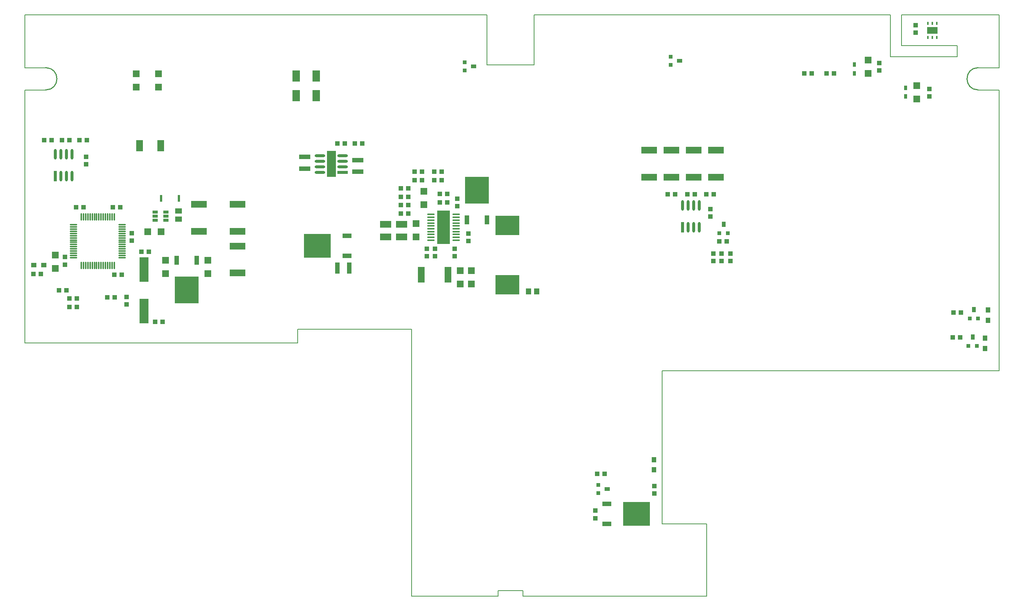
<source format=gtp>
G04 Layer_Color=8421504*
%FSLAX25Y25*%
%MOIN*%
G70*
G01*
G75*
%ADD10R,0.02559X0.09449*%
%ADD11O,0.02559X0.09449*%
%ADD12R,0.03600X0.03600*%
%ADD13R,0.05000X0.03600*%
%ADD14R,0.04331X0.04921*%
%ADD15R,0.02953X0.03937*%
%ADD16R,0.07000X0.09842*%
%ADD17R,0.10236X0.06299*%
%ADD18R,0.06299X0.06299*%
%ADD19R,0.06000X0.14000*%
%ADD20R,0.04331X0.03937*%
%ADD21R,0.14000X0.06000*%
%ADD22R,0.10236X0.04331*%
%ADD23R,0.03937X0.04331*%
%ADD24R,0.03600X0.03600*%
%ADD25R,0.03600X0.05000*%
%ADD26R,0.09449X0.05905*%
%ADD27R,0.01575X0.03150*%
%ADD28R,0.05118X0.02756*%
%ADD29R,0.03937X0.08268*%
%ADD30R,0.21260X0.24410*%
%ADD31R,0.07874X0.23622*%
%ADD32R,0.09449X0.02559*%
%ADD33O,0.09449X0.02559*%
%ADD34R,0.08268X0.03937*%
%ADD35R,0.24410X0.21260*%
%ADD36R,0.04921X0.04331*%
%ADD37R,0.02362X0.06496*%
%ADD38R,0.06299X0.06299*%
%ADD39R,0.06299X0.05118*%
%ADD40R,0.05905X0.09842*%
%ADD41R,0.04331X0.10236*%
%ADD42R,0.21654X0.17716*%
%ADD43R,0.05118X0.05512*%
%ADD44R,0.11811X0.30000*%
%ADD45O,0.06693X0.01378*%
%ADD46R,0.08000X0.22000*%
%ADD47O,0.01181X0.07087*%
%ADD48O,0.07087X0.01181*%
%ADD51C,0.01000*%
%ADD56C,0.00800*%
D10*
X533250Y89065D02*
D03*
X-30000Y135000D02*
D03*
D11*
X538250Y89065D02*
D03*
X543250D02*
D03*
X548250D02*
D03*
X533250Y108750D02*
D03*
X538250D02*
D03*
X543250D02*
D03*
X548250D02*
D03*
X-25000Y135000D02*
D03*
X-20000D02*
D03*
X-15000D02*
D03*
X-30000Y154685D02*
D03*
X-25000D02*
D03*
X-20000D02*
D03*
X-15000D02*
D03*
D12*
X457500Y-142500D02*
D03*
Y-150000D02*
D03*
X337500Y230000D02*
D03*
Y237500D02*
D03*
X522500Y242500D02*
D03*
Y235000D02*
D03*
D13*
X465500Y-146300D02*
D03*
X345500Y233700D02*
D03*
X530500Y238700D02*
D03*
D14*
X805000Y-10748D02*
D03*
Y-20000D02*
D03*
X807500Y14626D02*
D03*
Y5374D02*
D03*
X507500Y-119874D02*
D03*
Y-129126D02*
D03*
D15*
X733500Y206626D02*
D03*
Y214500D02*
D03*
X687500Y235374D02*
D03*
Y227500D02*
D03*
D16*
X204055Y207500D02*
D03*
X186339D02*
D03*
X204055Y225000D02*
D03*
X186339D02*
D03*
D17*
X281000Y91524D02*
D03*
Y80500D02*
D03*
X266500Y91524D02*
D03*
Y80500D02*
D03*
D18*
X333500Y38000D02*
D03*
Y50000D02*
D03*
X107000Y47500D02*
D03*
Y59500D02*
D03*
X69000Y47500D02*
D03*
Y59500D02*
D03*
X62500Y227000D02*
D03*
Y215000D02*
D03*
X42500Y227000D02*
D03*
Y215000D02*
D03*
X743500Y216500D02*
D03*
Y204500D02*
D03*
X-30000Y52000D02*
D03*
Y64000D02*
D03*
X700000Y239500D02*
D03*
Y227500D02*
D03*
X343500Y38000D02*
D03*
Y50000D02*
D03*
X301000Y121500D02*
D03*
Y109500D02*
D03*
X294000Y92500D02*
D03*
Y80500D02*
D03*
D19*
X298400Y46500D02*
D03*
X322600D02*
D03*
D20*
X245693Y164500D02*
D03*
X239000D02*
D03*
X21500Y107000D02*
D03*
X28193D02*
D03*
X59654Y4000D02*
D03*
X66347D02*
D03*
X47307Y67000D02*
D03*
X54000D02*
D03*
X-4807Y107000D02*
D03*
X-11500D02*
D03*
X22807Y46500D02*
D03*
X29500D02*
D03*
X-20000Y32500D02*
D03*
X-26693D02*
D03*
X229847Y164500D02*
D03*
X223153D02*
D03*
X456653Y-132500D02*
D03*
X463346D02*
D03*
X561250Y118750D02*
D03*
X554557D02*
D03*
X544097D02*
D03*
X537403D02*
D03*
X526596D02*
D03*
X519904D02*
D03*
X566250Y76250D02*
D03*
X572943D02*
D03*
X775807Y-10000D02*
D03*
X782500D02*
D03*
X776653Y12500D02*
D03*
X783347D02*
D03*
X642500Y227500D02*
D03*
X649193D02*
D03*
X662500D02*
D03*
X669193D02*
D03*
X23347Y26000D02*
D03*
X16654D02*
D03*
X-1654Y167500D02*
D03*
X-8347D02*
D03*
X-49847Y47000D02*
D03*
X-43154D02*
D03*
X-17500Y167500D02*
D03*
X-24193D02*
D03*
X-33307D02*
D03*
X-40000D02*
D03*
X-10807Y25000D02*
D03*
X-17500D02*
D03*
X280153Y101500D02*
D03*
X286846D02*
D03*
X315154Y111500D02*
D03*
X321847D02*
D03*
X286846Y109000D02*
D03*
X280153D02*
D03*
X321847Y119000D02*
D03*
X315154D02*
D03*
X280153Y124000D02*
D03*
X286846D02*
D03*
X310154Y131500D02*
D03*
X316846D02*
D03*
X280153Y116500D02*
D03*
X286846D02*
D03*
X299346Y131500D02*
D03*
X292653D02*
D03*
X310154Y139000D02*
D03*
X316846D02*
D03*
X299346D02*
D03*
X292653D02*
D03*
X-10807Y17500D02*
D03*
X-17500D02*
D03*
D21*
X133500Y47900D02*
D03*
Y72100D02*
D03*
X99000Y109700D02*
D03*
Y85500D02*
D03*
X543250Y134150D02*
D03*
Y158350D02*
D03*
X563250Y134150D02*
D03*
Y158350D02*
D03*
X503250Y134150D02*
D03*
Y158350D02*
D03*
X523250Y134150D02*
D03*
Y158350D02*
D03*
X133500Y85400D02*
D03*
Y109600D02*
D03*
D22*
X241500Y138870D02*
D03*
Y149500D02*
D03*
X194000Y141685D02*
D03*
Y152315D02*
D03*
D23*
X558250Y105443D02*
D03*
Y98750D02*
D03*
X-21500Y62193D02*
D03*
Y55500D02*
D03*
X-2500Y152500D02*
D03*
Y145807D02*
D03*
X38500Y77000D02*
D03*
Y83693D02*
D03*
X508000Y-150347D02*
D03*
Y-143654D02*
D03*
X455000Y-165807D02*
D03*
Y-172500D02*
D03*
X576250Y65443D02*
D03*
Y58750D02*
D03*
X568250Y65443D02*
D03*
Y58750D02*
D03*
X560750Y65443D02*
D03*
Y58750D02*
D03*
X755000Y206653D02*
D03*
Y213347D02*
D03*
X710000Y230000D02*
D03*
Y236693D02*
D03*
X34000Y26346D02*
D03*
Y19654D02*
D03*
X341000Y83346D02*
D03*
Y76653D02*
D03*
X303500Y69846D02*
D03*
Y63153D02*
D03*
X331000Y114847D02*
D03*
Y108153D02*
D03*
X311000Y63153D02*
D03*
Y69846D02*
D03*
X328500Y63153D02*
D03*
Y69846D02*
D03*
X742500Y270847D02*
D03*
Y264154D02*
D03*
D24*
X566250Y83750D02*
D03*
X573750D02*
D03*
X790000Y-17500D02*
D03*
X797500D02*
D03*
X791200Y7000D02*
D03*
X798700D02*
D03*
D25*
X570050Y91750D02*
D03*
X793800Y-9500D02*
D03*
X795000Y15000D02*
D03*
D26*
X757500Y266000D02*
D03*
D27*
X761437Y259701D02*
D03*
X757500D02*
D03*
X753563D02*
D03*
Y272299D02*
D03*
X757500D02*
D03*
X761437D02*
D03*
D28*
X59685Y95260D02*
D03*
Y99000D02*
D03*
Y102740D02*
D03*
X69134D02*
D03*
Y99000D02*
D03*
Y95260D02*
D03*
D29*
X96996Y59287D02*
D03*
X79004Y59287D02*
D03*
X339504Y95713D02*
D03*
X357496Y95713D02*
D03*
D30*
X88000Y32713D02*
D03*
X348500Y122287D02*
D03*
D31*
X217764Y145980D02*
D03*
D32*
X228000Y138500D02*
D03*
D33*
Y143500D02*
D03*
Y148500D02*
D03*
Y153500D02*
D03*
X207528Y138500D02*
D03*
Y143500D02*
D03*
Y148500D02*
D03*
Y153500D02*
D03*
D34*
X465213Y-159504D02*
D03*
X465213Y-177496D02*
D03*
X231787Y63504D02*
D03*
X231787Y81496D02*
D03*
D35*
X491787Y-168500D02*
D03*
X205213Y72500D02*
D03*
D36*
X-49626Y55000D02*
D03*
X-40374D02*
D03*
D37*
X80783Y115000D02*
D03*
X65035D02*
D03*
D38*
X52909Y85000D02*
D03*
X64909D02*
D03*
D39*
X80409Y103740D02*
D03*
Y96260D02*
D03*
D40*
X45551Y162500D02*
D03*
X64449D02*
D03*
D41*
X223185Y52500D02*
D03*
X233815D02*
D03*
D42*
X376000Y90772D02*
D03*
Y37228D02*
D03*
D43*
X394760Y31500D02*
D03*
X402240D02*
D03*
D44*
X318500Y89000D02*
D03*
D45*
X307279Y100516D02*
D03*
Y97957D02*
D03*
Y95398D02*
D03*
Y92839D02*
D03*
Y90280D02*
D03*
Y87721D02*
D03*
Y85161D02*
D03*
Y82602D02*
D03*
Y80043D02*
D03*
Y77484D02*
D03*
X329720Y100516D02*
D03*
Y97957D02*
D03*
Y95398D02*
D03*
Y92839D02*
D03*
Y90280D02*
D03*
Y87721D02*
D03*
Y85161D02*
D03*
Y82602D02*
D03*
Y80043D02*
D03*
Y77484D02*
D03*
D46*
X49500Y51000D02*
D03*
Y13600D02*
D03*
D47*
X22764Y54650D02*
D03*
X20795D02*
D03*
X18827D02*
D03*
X16858D02*
D03*
X14890D02*
D03*
X12921D02*
D03*
X10953D02*
D03*
X8984D02*
D03*
X7016D02*
D03*
X5047D02*
D03*
X3079D02*
D03*
X1110D02*
D03*
X-858D02*
D03*
X-2827D02*
D03*
X-4795D02*
D03*
X-6764D02*
D03*
Y98350D02*
D03*
X-4795D02*
D03*
X-2827D02*
D03*
X-858D02*
D03*
X1110D02*
D03*
X3079D02*
D03*
X5047D02*
D03*
X7016D02*
D03*
X8984D02*
D03*
X10953D02*
D03*
X12921D02*
D03*
X14890D02*
D03*
X16858D02*
D03*
X18827D02*
D03*
X20795D02*
D03*
X22764D02*
D03*
D48*
X-13850Y61736D02*
D03*
Y63705D02*
D03*
Y65673D02*
D03*
Y67642D02*
D03*
Y69610D02*
D03*
Y71579D02*
D03*
Y73547D02*
D03*
Y75516D02*
D03*
Y77484D02*
D03*
Y79453D02*
D03*
Y81421D02*
D03*
Y83390D02*
D03*
Y85358D02*
D03*
Y87327D02*
D03*
Y89295D02*
D03*
Y91264D02*
D03*
X29850D02*
D03*
Y89295D02*
D03*
Y87327D02*
D03*
Y85358D02*
D03*
Y83390D02*
D03*
Y81421D02*
D03*
Y79453D02*
D03*
Y77484D02*
D03*
Y75516D02*
D03*
Y73547D02*
D03*
Y71579D02*
D03*
Y69610D02*
D03*
Y67642D02*
D03*
Y65673D02*
D03*
Y63705D02*
D03*
Y61736D02*
D03*
D51*
X-38700Y212500D02*
G03*
X-38700Y232500I0J10000D01*
G01*
X798700D02*
G03*
X798700Y212500I0J-10000D01*
G01*
D56*
X400000Y280000D02*
X720000D01*
Y242500D02*
Y280000D01*
Y242500D02*
X780000D01*
Y252500D01*
X730000D02*
X780000D01*
X730000D02*
Y280000D01*
X817500D01*
X390000Y-242500D02*
X555000D01*
X390000D02*
Y-237500D01*
X367500D02*
X390000D01*
X367500Y-240000D02*
Y-237500D01*
Y-242500D02*
Y-240000D01*
X290000Y-242500D02*
X367500D01*
X-57500Y280000D02*
X357500D01*
Y235000D02*
Y280000D01*
Y235000D02*
X400000D01*
Y280000D01*
X555000Y-242500D02*
Y-177500D01*
X290000Y-242500D02*
Y-2500D01*
X515000Y-177500D02*
X555000D01*
X515000D02*
Y-40000D01*
X-57500Y-15000D02*
X187500D01*
Y-2500D01*
X290000D01*
X-57500Y232500D02*
Y280000D01*
Y232500D02*
X-38700D01*
X-57500Y212500D02*
X-38700D01*
X-57500Y-15000D02*
Y212500D01*
X798700D02*
X817500D01*
X798700Y232500D02*
X817500D01*
X515000Y-40000D02*
X817500D01*
Y212500D01*
Y232500D02*
Y280000D01*
M02*

</source>
